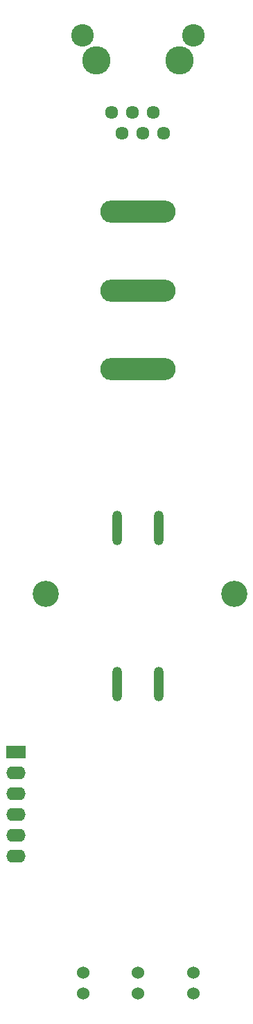
<source format=gbr>
%TF.GenerationSoftware,Altium Limited,Altium Designer,22.0.2 (36)*%
G04 Layer_Color=16711935*
%FSLAX45Y45*%
%MOMM*%
%TF.SameCoordinates,235A8577-C031-4008-B0C2-8E77F4E3A316*%
%TF.FilePolarity,Negative*%
%TF.FileFunction,Soldermask,Bot*%
%TF.Part,Single*%
G01*
G75*
%TA.AperFunction,ComponentPad*%
%ADD29C,1.52400*%
%ADD30O,1.20320X4.20320*%
%ADD31C,3.20320*%
%ADD32O,2.36220X1.60020*%
%ADD33R,2.36220X1.60020*%
%ADD34O,9.20320X2.70320*%
%ADD35C,2.75320*%
%ADD36C,1.61120*%
%ADD37C,3.45320*%
D29*
X2700000Y-11377000D02*
D03*
Y-11123000D02*
D03*
X2025000Y-11377000D02*
D03*
Y-11123000D02*
D03*
X1350000Y-11377000D02*
D03*
Y-11123000D02*
D03*
D30*
X2276700Y-5700000D02*
D03*
X1768700D02*
D03*
Y-7600000D02*
D03*
X2276700D02*
D03*
D31*
X900000Y-6500000D02*
D03*
X3200000D02*
D03*
D32*
X530000Y-9705000D02*
D03*
Y-9451000D02*
D03*
Y-9197000D02*
D03*
Y-8943000D02*
D03*
Y-8689000D02*
D03*
D33*
Y-8435000D02*
D03*
D34*
X2022700Y-3762000D02*
D03*
X2022660Y-2800000D02*
D03*
X2022700Y-1838000D02*
D03*
D35*
X2697698Y313000D02*
D03*
X1347698Y313000D02*
D03*
D36*
X2340198Y-881000D02*
D03*
X2086198Y-881000D02*
D03*
X1832198Y-881000D02*
D03*
X2213198Y-627000D02*
D03*
X1959199D02*
D03*
X1705198D02*
D03*
D37*
X2530698Y8000D02*
D03*
X1514698D02*
D03*
%TF.MD5,46e256ab8a2535d05bcda3f51205b1d8*%
M02*

</source>
